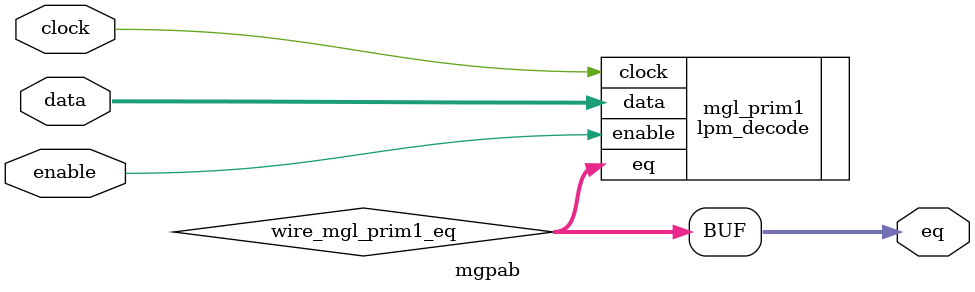
<source format=v>






//synthesis_resources = lpm_decode 1 
//synopsys translate_off
`timescale 1 ps / 1 ps
//synopsys translate_on
module  mgpab
	( 
	clock,
	data,
	enable,
	eq) /* synthesis synthesis_clearbox=1 */;
	input   clock;
	input   [3:0]  data;
	input   enable;
	output   [15:0]  eq;

	wire  [15:0]   wire_mgl_prim1_eq;

	lpm_decode   mgl_prim1
	( 
	.clock(clock),
	.data(data),
	.enable(enable),
	.eq(wire_mgl_prim1_eq));
	defparam
		mgl_prim1.lpm_decodes = 16,
		mgl_prim1.lpm_pipeline = 1,
		mgl_prim1.lpm_type = "LPM_DECODE",
		mgl_prim1.lpm_width = 4;
	assign
		eq = wire_mgl_prim1_eq;
endmodule //mgpab
//VALID FILE

</source>
